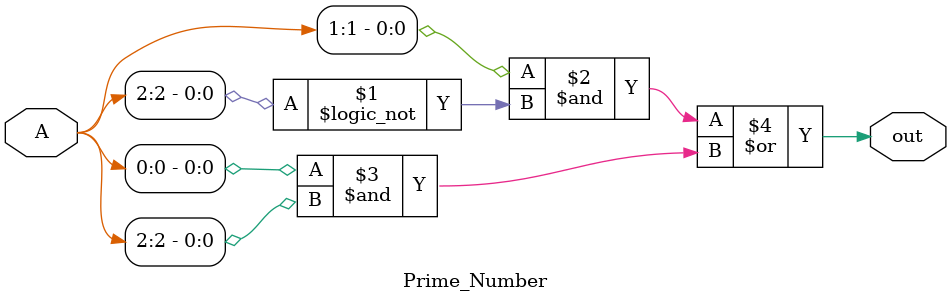
<source format=v>
module Prime_Number(A,out);
input [2:0]A;
output out;
assign out = (A[1] & (!A[2])) | (A[0] & A[2]);
endmodule 

</source>
